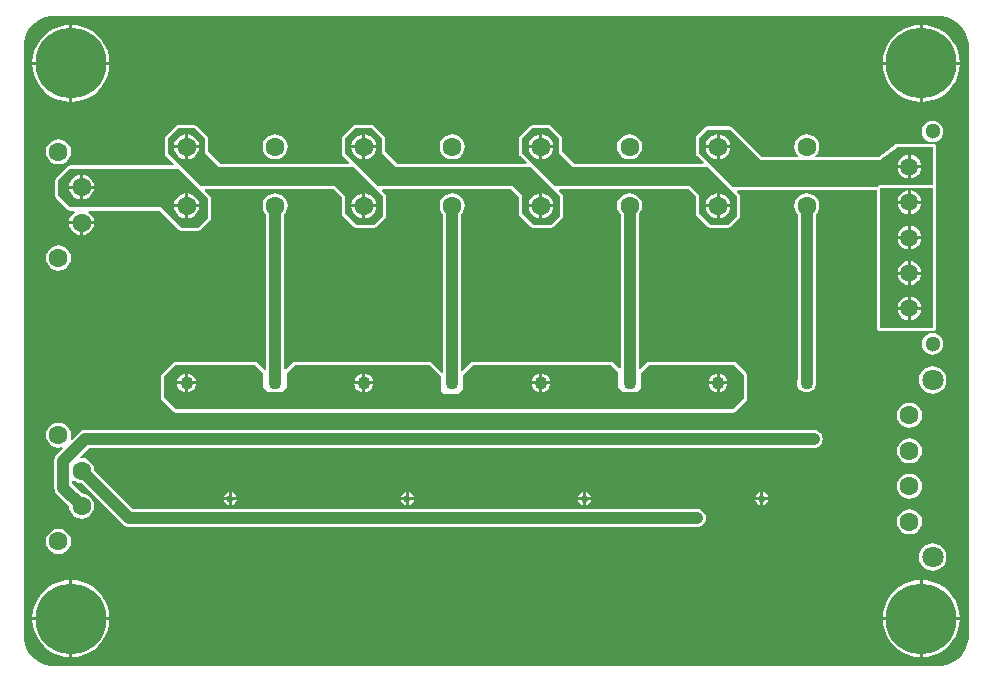
<source format=gbl>
G04*
G04 #@! TF.GenerationSoftware,Altium Limited,Altium Designer,18.1.9 (240)*
G04*
G04 Layer_Physical_Order=2*
G04 Layer_Color=16711680*
%FSLAX25Y25*%
%MOIN*%
G70*
G01*
G75*
%ADD36C,0.03937*%
%ADD39C,0.05906*%
%ADD40C,0.06299*%
%ADD41C,0.04331*%
%ADD42C,0.23622*%
%ADD43C,0.05118*%
%ADD44C,0.02362*%
%ADD45C,0.07087*%
G36*
X307877Y216151D02*
X309697Y215397D01*
X311335Y214303D01*
X312728Y212910D01*
X313823Y211272D01*
X314576Y209452D01*
X314961Y207520D01*
Y206535D01*
Y10000D01*
Y9015D01*
X314576Y7083D01*
X313823Y5263D01*
X312728Y3625D01*
X311335Y2232D01*
X309697Y1138D01*
X307877Y384D01*
X305945Y0D01*
X9015D01*
X7083Y384D01*
X5263Y1138D01*
X3625Y2232D01*
X2232Y3625D01*
X1138Y5263D01*
X384Y7083D01*
X0Y9015D01*
Y10000D01*
Y206535D01*
Y207520D01*
X384Y209452D01*
X1138Y211272D01*
X2232Y212910D01*
X3625Y214303D01*
X5263Y215397D01*
X7083Y216151D01*
X9015Y216535D01*
X305945D01*
X307877Y216151D01*
D02*
G37*
%LPC*%
G36*
X299713Y213599D02*
Y201287D01*
X312024D01*
X311905Y202798D01*
X311434Y204759D01*
X310663Y206622D01*
X309609Y208341D01*
X308299Y209874D01*
X306766Y211184D01*
X305047Y212237D01*
X303184Y213009D01*
X301223Y213480D01*
X299713Y213599D01*
D02*
G37*
G36*
X298713D02*
X297202Y213480D01*
X295241Y213009D01*
X293378Y212237D01*
X291659Y211184D01*
X290126Y209874D01*
X288816Y208341D01*
X287763Y206622D01*
X286991Y204759D01*
X286520Y202798D01*
X286401Y201287D01*
X298713D01*
Y213599D01*
D02*
G37*
G36*
X16248D02*
Y201287D01*
X28559D01*
X28440Y202798D01*
X27970Y204759D01*
X27198Y206622D01*
X26144Y208341D01*
X24835Y209874D01*
X23301Y211184D01*
X21582Y212237D01*
X19719Y213009D01*
X17758Y213480D01*
X16248Y213599D01*
D02*
G37*
G36*
X15248D02*
X13738Y213480D01*
X11777Y213009D01*
X9914Y212237D01*
X8195Y211184D01*
X6661Y209874D01*
X5352Y208341D01*
X4298Y206622D01*
X3526Y204759D01*
X3056Y202798D01*
X2937Y201287D01*
X15248D01*
Y213599D01*
D02*
G37*
G36*
X312024Y200287D02*
X299713D01*
Y187976D01*
X301223Y188095D01*
X303184Y188566D01*
X305047Y189337D01*
X306766Y190391D01*
X308299Y191701D01*
X309609Y193234D01*
X310663Y194953D01*
X311434Y196816D01*
X311905Y198777D01*
X312024Y200287D01*
D02*
G37*
G36*
X298713D02*
X286401D01*
X286520Y198777D01*
X286991Y196816D01*
X287763Y194953D01*
X288816Y193234D01*
X290126Y191701D01*
X291659Y190391D01*
X293378Y189337D01*
X295241Y188566D01*
X297202Y188095D01*
X298713Y187976D01*
Y200287D01*
D02*
G37*
G36*
X28559D02*
X16248D01*
Y187976D01*
X17758Y188095D01*
X19719Y188566D01*
X21582Y189337D01*
X23301Y190391D01*
X24835Y191701D01*
X26144Y193234D01*
X27198Y194953D01*
X27970Y196816D01*
X28440Y198777D01*
X28559Y200287D01*
D02*
G37*
G36*
X15248D02*
X2937D01*
X3056Y198777D01*
X3526Y196816D01*
X4298Y194953D01*
X5352Y193234D01*
X6661Y191701D01*
X8195Y190391D01*
X9914Y189337D01*
X11777Y188566D01*
X13738Y188095D01*
X15248Y187976D01*
Y200287D01*
D02*
G37*
G36*
X302992Y181739D02*
X302063Y181617D01*
X301197Y181258D01*
X300454Y180688D01*
X299883Y179945D01*
X299525Y179079D01*
X299402Y178150D01*
X299525Y177220D01*
X299883Y176355D01*
X300454Y175611D01*
X301197Y175041D01*
X302063Y174682D01*
X302992Y174560D01*
X303921Y174682D01*
X304787Y175041D01*
X305531Y175611D01*
X306101Y176355D01*
X306460Y177220D01*
X306582Y178150D01*
X306460Y179079D01*
X306101Y179945D01*
X305531Y180688D01*
X304787Y181258D01*
X303921Y181617D01*
X302992Y181739D01*
D02*
G37*
G36*
X201969Y177217D02*
X200885Y177074D01*
X199876Y176656D01*
X199009Y175991D01*
X198344Y175124D01*
X197926Y174115D01*
X197783Y173031D01*
X197926Y171948D01*
X198344Y170939D01*
X199009Y170072D01*
X199876Y169407D01*
X200885Y168989D01*
X201969Y168846D01*
X203052Y168989D01*
X204061Y169407D01*
X204928Y170072D01*
X205593Y170939D01*
X206011Y171948D01*
X206154Y173031D01*
X206011Y174115D01*
X205593Y175124D01*
X204928Y175991D01*
X204061Y176656D01*
X203052Y177074D01*
X201969Y177217D01*
D02*
G37*
G36*
X142913D02*
X141830Y177074D01*
X140821Y176656D01*
X139954Y175991D01*
X139289Y175124D01*
X138871Y174115D01*
X138728Y173031D01*
X138871Y171948D01*
X139289Y170939D01*
X139954Y170072D01*
X140821Y169407D01*
X141830Y168989D01*
X142913Y168846D01*
X143997Y168989D01*
X145006Y169407D01*
X145873Y170072D01*
X146538Y170939D01*
X146956Y171948D01*
X147099Y173031D01*
X146956Y174115D01*
X146538Y175124D01*
X145873Y175991D01*
X145006Y176656D01*
X143997Y177074D01*
X142913Y177217D01*
D02*
G37*
G36*
X83858D02*
X82775Y177074D01*
X81766Y176656D01*
X80899Y175991D01*
X80234Y175124D01*
X79816Y174115D01*
X79673Y173031D01*
X79816Y171948D01*
X80234Y170939D01*
X80899Y170072D01*
X81766Y169407D01*
X82775Y168989D01*
X83858Y168846D01*
X84942Y168989D01*
X85951Y169407D01*
X86818Y170072D01*
X87483Y170939D01*
X87901Y171948D01*
X88044Y173031D01*
X87901Y174115D01*
X87483Y175124D01*
X86818Y175991D01*
X85951Y176656D01*
X84942Y177074D01*
X83858Y177217D01*
D02*
G37*
G36*
X169692Y180342D02*
X169301Y180265D01*
X168971Y180044D01*
X165421Y176494D01*
X165200Y176163D01*
X165122Y175773D01*
X165122Y170760D01*
X165200Y170370D01*
X165421Y170039D01*
X167647Y167812D01*
X167456Y167350D01*
X124643Y167350D01*
X120516Y171477D01*
X120516Y175780D01*
X120438Y176170D01*
X120217Y176501D01*
X116674Y180044D01*
X116343Y180265D01*
X115953Y180342D01*
X110636Y180342D01*
X110246Y180265D01*
X109915Y180044D01*
X106366Y176494D01*
X106145Y176163D01*
X106067Y175773D01*
X106067Y170760D01*
X106145Y170370D01*
X106366Y170039D01*
X108592Y167812D01*
X108401Y167350D01*
X65588Y167350D01*
X61461Y171477D01*
X61461Y175780D01*
X61383Y176170D01*
X61162Y176501D01*
X57618Y180044D01*
X57288Y180265D01*
X56898Y180342D01*
X51581Y180342D01*
X51191Y180265D01*
X50860Y180044D01*
X47311Y176494D01*
X47089Y176163D01*
X47012Y175773D01*
X47012Y170760D01*
X47089Y170370D01*
X47311Y170039D01*
X50120Y167230D01*
X49929Y166768D01*
X15354Y166768D01*
X14964Y166690D01*
X14633Y166469D01*
X10893Y162729D01*
X10672Y162398D01*
X10595Y162008D01*
Y156496D01*
X10672Y156106D01*
X10893Y155775D01*
X14633Y152035D01*
X14964Y151814D01*
X15354Y151736D01*
X16906D01*
X17076Y151236D01*
X16371Y150696D01*
X15706Y149829D01*
X15288Y148819D01*
X15211Y148236D01*
X19331D01*
X23450D01*
X23373Y148819D01*
X22955Y149829D01*
X22290Y150696D01*
X21586Y151236D01*
X21756Y151736D01*
X45247Y151736D01*
X51641Y145342D01*
X51972Y145121D01*
X52362Y145043D01*
X58268D01*
X58658Y145121D01*
X58989Y145342D01*
X62138Y148492D01*
X62359Y148822D01*
X62437Y149213D01*
Y155905D01*
X62359Y156296D01*
X62138Y156626D01*
X60404Y158361D01*
X60595Y158823D01*
X103515Y158823D01*
X106067Y156271D01*
Y150787D01*
X106145Y150397D01*
X106366Y150066D01*
X110114Y146318D01*
X110114Y146318D01*
X110444Y146097D01*
X110835Y146020D01*
X116740Y146020D01*
X117130Y146097D01*
X117461Y146318D01*
X120406Y149263D01*
X120627Y149594D01*
X120705Y149984D01*
Y156693D01*
X120627Y157083D01*
X120406Y157414D01*
X119459Y158361D01*
X119650Y158823D01*
X162570Y158823D01*
X165122Y156271D01*
Y150787D01*
X165200Y150397D01*
X165421Y150066D01*
X169169Y146318D01*
X169169Y146318D01*
X169500Y146097D01*
X169890Y146020D01*
X175795Y146020D01*
X176185Y146097D01*
X176516Y146318D01*
X179461Y149263D01*
X179682Y149594D01*
X179760Y149984D01*
Y156693D01*
X179682Y157083D01*
X179461Y157414D01*
X178514Y158361D01*
X178705Y158823D01*
X221625Y158823D01*
X224177Y156271D01*
Y150787D01*
X224255Y150397D01*
X224476Y150066D01*
X228224Y146318D01*
X228224Y146318D01*
X228555Y146097D01*
X228945Y146020D01*
X234850Y146020D01*
X235241Y146097D01*
X235571Y146318D01*
X238516Y149263D01*
X238737Y149594D01*
X238815Y149984D01*
Y156693D01*
X238737Y157083D01*
X238516Y157414D01*
X237864Y158066D01*
X238056Y158528D01*
X284414Y158528D01*
Y112598D01*
X284491Y112208D01*
X284712Y111878D01*
X285043Y111656D01*
X285433Y111579D01*
X303201D01*
X303591Y111656D01*
X303921Y111878D01*
X304142Y112208D01*
X304220Y112598D01*
Y159157D01*
X304142Y159547D01*
X304063Y159667D01*
X304142Y159786D01*
X304220Y160177D01*
X304220Y173031D01*
X304142Y173422D01*
X303921Y173752D01*
X303591Y173974D01*
X303201Y174051D01*
X291339D01*
X291208Y174025D01*
X291075Y174016D01*
X291015Y173987D01*
X290948Y173974D01*
X290838Y173899D01*
X290718Y173841D01*
X285087Y169524D01*
X264046D01*
X263885Y169997D01*
X263983Y170072D01*
X264648Y170939D01*
X265066Y171948D01*
X265209Y173031D01*
X265066Y174115D01*
X264648Y175124D01*
X263983Y175991D01*
X263116Y176656D01*
X262107Y177074D01*
X261024Y177217D01*
X259940Y177074D01*
X258931Y176656D01*
X258064Y175991D01*
X257399Y175124D01*
X256981Y174115D01*
X256838Y173031D01*
X256981Y171948D01*
X257399Y170939D01*
X258064Y170072D01*
X258162Y169997D01*
X258001Y169524D01*
X246098D01*
X236459Y179163D01*
X236260Y179461D01*
X235929Y179682D01*
X235539Y179760D01*
X227871D01*
X227481Y179682D01*
X227150Y179461D01*
X224476Y176787D01*
X224255Y176456D01*
X224177Y176066D01*
Y170760D01*
X224255Y170370D01*
X224476Y170039D01*
X226703Y167812D01*
X226511Y167350D01*
X183698Y167350D01*
X179571Y171477D01*
X179571Y175780D01*
X179493Y176170D01*
X179272Y176501D01*
X175729Y180044D01*
X175398Y180265D01*
X175008Y180342D01*
X169692Y180342D01*
D02*
G37*
G36*
X11614Y175544D02*
X10531Y175401D01*
X9522Y174983D01*
X8655Y174318D01*
X7989Y173451D01*
X7571Y172441D01*
X7429Y171358D01*
X7571Y170275D01*
X7989Y169266D01*
X8655Y168399D01*
X9522Y167734D01*
X10531Y167315D01*
X11614Y167173D01*
X12697Y167315D01*
X13707Y167734D01*
X14574Y168399D01*
X15239Y169266D01*
X15657Y170275D01*
X15800Y171358D01*
X15657Y172441D01*
X15239Y173451D01*
X14574Y174318D01*
X13707Y174983D01*
X12697Y175401D01*
X11614Y175544D01*
D02*
G37*
G36*
X23450Y147236D02*
X19831D01*
Y143617D01*
X20414Y143693D01*
X21423Y144112D01*
X22290Y144777D01*
X22955Y145643D01*
X23373Y146653D01*
X23450Y147236D01*
D02*
G37*
G36*
X18831D02*
X15211D01*
X15288Y146653D01*
X15706Y145643D01*
X16371Y144777D01*
X17238Y144112D01*
X18248Y143693D01*
X18831Y143617D01*
Y147236D01*
D02*
G37*
G36*
X11614Y140111D02*
X10531Y139968D01*
X9522Y139550D01*
X8655Y138885D01*
X7989Y138018D01*
X7571Y137008D01*
X7429Y135925D01*
X7571Y134842D01*
X7989Y133833D01*
X8655Y132966D01*
X9522Y132300D01*
X10531Y131882D01*
X11614Y131740D01*
X12697Y131882D01*
X13707Y132300D01*
X14574Y132966D01*
X15239Y133833D01*
X15657Y134842D01*
X15800Y135925D01*
X15657Y137008D01*
X15239Y138018D01*
X14574Y138885D01*
X13707Y139550D01*
X12697Y139968D01*
X11614Y140111D01*
D02*
G37*
G36*
X302992Y110873D02*
X302063Y110751D01*
X301197Y110392D01*
X300454Y109822D01*
X299883Y109078D01*
X299525Y108213D01*
X299402Y107283D01*
X299525Y106354D01*
X299883Y105489D01*
X300454Y104745D01*
X301197Y104175D01*
X302063Y103816D01*
X302992Y103694D01*
X303921Y103816D01*
X304787Y104175D01*
X305531Y104745D01*
X306101Y105489D01*
X306460Y106354D01*
X306582Y107283D01*
X306460Y108213D01*
X306101Y109078D01*
X305531Y109822D01*
X304787Y110392D01*
X303921Y110751D01*
X302992Y110873D01*
D02*
G37*
G36*
X201969Y157532D02*
X200885Y157389D01*
X199876Y156971D01*
X199009Y156306D01*
X198344Y155439D01*
X197926Y154430D01*
X197783Y153347D01*
X197926Y152263D01*
X198344Y151254D01*
X198974Y150432D01*
Y99237D01*
X198474Y99030D01*
X196390Y101115D01*
X196390Y101115D01*
X196059Y101336D01*
X195669Y101413D01*
X150000Y101413D01*
X149610Y101336D01*
X149279Y101115D01*
X146369Y98205D01*
X145907Y98396D01*
Y150432D01*
X146538Y151254D01*
X146956Y152263D01*
X147099Y153347D01*
X146956Y154430D01*
X146538Y155439D01*
X145873Y156306D01*
X145006Y156971D01*
X143997Y157389D01*
X142913Y157532D01*
X141830Y157389D01*
X140821Y156971D01*
X139954Y156306D01*
X139289Y155439D01*
X138871Y154430D01*
X138728Y153347D01*
X138871Y152263D01*
X139289Y151254D01*
X139919Y150432D01*
Y97663D01*
X139419Y97456D01*
X135760Y101115D01*
X135430Y101336D01*
X135039Y101413D01*
X90551Y101413D01*
X90161Y101336D01*
X89830Y101115D01*
X87352Y98637D01*
X86852Y98844D01*
Y150432D01*
X87483Y151254D01*
X87901Y152263D01*
X88044Y153347D01*
X87901Y154430D01*
X87483Y155439D01*
X86818Y156306D01*
X85951Y156971D01*
X84942Y157389D01*
X83858Y157532D01*
X82775Y157389D01*
X81766Y156971D01*
X80899Y156306D01*
X80234Y155439D01*
X79816Y154430D01*
X79673Y153347D01*
X79816Y152263D01*
X80234Y151254D01*
X80864Y150432D01*
Y98844D01*
X80364Y98637D01*
X77886Y101115D01*
X77556Y101336D01*
X77165Y101413D01*
X50787D01*
X50397Y101336D01*
X50066Y101115D01*
X46129Y97178D01*
X45908Y96847D01*
X45831Y96457D01*
X45831Y89370D01*
X45908Y88980D01*
X46129Y88649D01*
X50066Y84712D01*
X50397Y84491D01*
X50787Y84413D01*
X236614Y84413D01*
X237004Y84491D01*
X237335Y84712D01*
X240878Y88255D01*
X241099Y88586D01*
X241177Y88976D01*
X241177Y96850D01*
X241100Y97241D01*
X240878Y97571D01*
X240878Y97571D01*
X237335Y101115D01*
X237004Y101336D01*
X236614Y101413D01*
X208662D01*
X208272Y101336D01*
X207941Y101115D01*
X207941Y101115D01*
X205463Y98636D01*
X204963Y98843D01*
Y150432D01*
X205593Y151254D01*
X206011Y152263D01*
X206154Y153347D01*
X206011Y154430D01*
X205593Y155439D01*
X204928Y156306D01*
X204061Y156971D01*
X203052Y157389D01*
X201969Y157532D01*
D02*
G37*
G36*
X261024D02*
X259940Y157389D01*
X258931Y156971D01*
X258064Y156306D01*
X257399Y155439D01*
X256981Y154430D01*
X256838Y153347D01*
X256981Y152263D01*
X257399Y151254D01*
X258030Y150432D01*
Y95334D01*
X257940Y95118D01*
X257831Y94291D01*
X257940Y93465D01*
X258259Y92695D01*
X258766Y92034D01*
X259427Y91526D01*
X260197Y91207D01*
X261024Y91099D01*
X261850Y91207D01*
X262620Y91526D01*
X263281Y92034D01*
X263789Y92695D01*
X264107Y93465D01*
X264216Y94291D01*
X264107Y95118D01*
X264018Y95334D01*
Y150432D01*
X264648Y151254D01*
X265066Y152263D01*
X265209Y153347D01*
X265066Y154430D01*
X264648Y155439D01*
X263983Y156306D01*
X263116Y156971D01*
X262107Y157389D01*
X261024Y157532D01*
D02*
G37*
G36*
X302992Y99858D02*
X301806Y99702D01*
X300701Y99244D01*
X299752Y98516D01*
X299024Y97567D01*
X298566Y96462D01*
X298410Y95276D01*
X298566Y94090D01*
X299024Y92984D01*
X299752Y92035D01*
X300701Y91307D01*
X301806Y90849D01*
X302992Y90693D01*
X304178Y90849D01*
X305283Y91307D01*
X306233Y92035D01*
X306961Y92984D01*
X307418Y94090D01*
X307575Y95276D01*
X307418Y96462D01*
X306961Y97567D01*
X306233Y98516D01*
X305283Y99244D01*
X304178Y99702D01*
X302992Y99858D01*
D02*
G37*
G36*
X295276Y87650D02*
X294192Y87507D01*
X293183Y87089D01*
X292316Y86424D01*
X291651Y85557D01*
X291233Y84548D01*
X291090Y83465D01*
X291233Y82381D01*
X291651Y81372D01*
X292316Y80505D01*
X293183Y79840D01*
X294192Y79422D01*
X295276Y79279D01*
X296359Y79422D01*
X297368Y79840D01*
X298235Y80505D01*
X298900Y81372D01*
X299318Y82381D01*
X299461Y83465D01*
X299318Y84548D01*
X298900Y85557D01*
X298235Y86424D01*
X297368Y87089D01*
X296359Y87507D01*
X295276Y87650D01*
D02*
G37*
G36*
Y75839D02*
X294192Y75696D01*
X293183Y75278D01*
X292316Y74613D01*
X291651Y73746D01*
X291233Y72737D01*
X291090Y71653D01*
X291233Y70570D01*
X291651Y69561D01*
X292316Y68694D01*
X293183Y68029D01*
X294192Y67611D01*
X295276Y67468D01*
X296359Y67611D01*
X297368Y68029D01*
X298235Y68694D01*
X298900Y69561D01*
X299318Y70570D01*
X299461Y71653D01*
X299318Y72737D01*
X298900Y73746D01*
X298235Y74613D01*
X297368Y75278D01*
X296359Y75696D01*
X295276Y75839D01*
D02*
G37*
G36*
X246563Y57833D02*
Y56209D01*
X248187D01*
X248117Y56560D01*
X247636Y57281D01*
X246914Y57763D01*
X246563Y57833D01*
D02*
G37*
G36*
X245563D02*
X245212Y57763D01*
X244491Y57281D01*
X244008Y56560D01*
X243939Y56209D01*
X245563D01*
Y57833D01*
D02*
G37*
G36*
X187508D02*
Y56209D01*
X189132D01*
X189062Y56560D01*
X188580Y57281D01*
X187859Y57763D01*
X187508Y57833D01*
D02*
G37*
G36*
X186508D02*
X186157Y57763D01*
X185435Y57281D01*
X184953Y56560D01*
X184883Y56209D01*
X186508D01*
Y57833D01*
D02*
G37*
G36*
X128453D02*
Y56209D01*
X130077D01*
X130007Y56560D01*
X129525Y57281D01*
X128804Y57763D01*
X128453Y57833D01*
D02*
G37*
G36*
X127453D02*
X127102Y57763D01*
X126380Y57281D01*
X125898Y56560D01*
X125828Y56209D01*
X127453D01*
Y57833D01*
D02*
G37*
G36*
X69398D02*
Y56209D01*
X71022D01*
X70952Y56560D01*
X70470Y57281D01*
X69749Y57763D01*
X69398Y57833D01*
D02*
G37*
G36*
X68398D02*
X68047Y57763D01*
X67325Y57281D01*
X66843Y56560D01*
X66773Y56209D01*
X68398D01*
Y57833D01*
D02*
G37*
G36*
X295276Y64028D02*
X294192Y63885D01*
X293183Y63467D01*
X292316Y62802D01*
X291651Y61935D01*
X291233Y60926D01*
X291090Y59842D01*
X291233Y58759D01*
X291651Y57750D01*
X292316Y56883D01*
X293183Y56218D01*
X294192Y55800D01*
X295276Y55657D01*
X296359Y55800D01*
X297368Y56218D01*
X298235Y56883D01*
X298900Y57750D01*
X299318Y58759D01*
X299461Y59842D01*
X299318Y60926D01*
X298900Y61935D01*
X298235Y62802D01*
X297368Y63467D01*
X296359Y63885D01*
X295276Y64028D01*
D02*
G37*
G36*
X248187Y55209D02*
X246563D01*
Y53584D01*
X246914Y53654D01*
X247636Y54136D01*
X248117Y54858D01*
X248187Y55209D01*
D02*
G37*
G36*
X245563D02*
X243939D01*
X244008Y54858D01*
X244491Y54136D01*
X245212Y53654D01*
X245563Y53584D01*
Y55209D01*
D02*
G37*
G36*
X189132D02*
X187508D01*
Y53584D01*
X187859Y53654D01*
X188580Y54136D01*
X189062Y54858D01*
X189132Y55209D01*
D02*
G37*
G36*
X186508D02*
X184883D01*
X184953Y54858D01*
X185435Y54136D01*
X186157Y53654D01*
X186508Y53584D01*
Y55209D01*
D02*
G37*
G36*
X130077D02*
X128453D01*
Y53584D01*
X128804Y53654D01*
X129525Y54136D01*
X130007Y54858D01*
X130077Y55209D01*
D02*
G37*
G36*
X127453D02*
X125828D01*
X125898Y54858D01*
X126380Y54136D01*
X127102Y53654D01*
X127453Y53584D01*
Y55209D01*
D02*
G37*
G36*
X71022D02*
X69398D01*
Y53584D01*
X69749Y53654D01*
X70470Y54136D01*
X70952Y54858D01*
X71022Y55209D01*
D02*
G37*
G36*
X68398D02*
X66773D01*
X66843Y54858D01*
X67325Y54136D01*
X68047Y53654D01*
X68398Y53584D01*
Y55209D01*
D02*
G37*
G36*
X11614Y81055D02*
X10531Y80913D01*
X9522Y80495D01*
X8655Y79830D01*
X7989Y78963D01*
X7571Y77953D01*
X7429Y76870D01*
X7571Y75787D01*
X7989Y74777D01*
X8655Y73910D01*
X9522Y73245D01*
X10531Y72827D01*
X11614Y72685D01*
X12697Y72827D01*
X12817Y72877D01*
X13101Y72453D01*
X11095Y70448D01*
X10620Y69828D01*
X10321Y69106D01*
X10219Y68331D01*
Y59366D01*
X10321Y58591D01*
X10620Y57869D01*
X11095Y57249D01*
X15153Y53192D01*
X15288Y52165D01*
X15706Y51155D01*
X16371Y50288D01*
X17238Y49623D01*
X18248Y49205D01*
X19331Y49063D01*
X20414Y49205D01*
X21423Y49623D01*
X22290Y50288D01*
X22955Y51155D01*
X23373Y52165D01*
X23516Y53248D01*
X23373Y54331D01*
X22955Y55341D01*
X22290Y56208D01*
X21423Y56873D01*
X20414Y57291D01*
X19387Y57426D01*
X16207Y60606D01*
Y61595D01*
X16707Y61842D01*
X17238Y61434D01*
X18248Y61016D01*
X19274Y60881D01*
X33060Y47095D01*
X33680Y46620D01*
X34402Y46321D01*
X35177Y46218D01*
X224410D01*
X225184Y46321D01*
X225906Y46620D01*
X226527Y47095D01*
X227002Y47715D01*
X227302Y48438D01*
X227404Y49213D01*
X227302Y49988D01*
X227002Y50710D01*
X226527Y51330D01*
X225906Y51806D01*
X225184Y52105D01*
X224410Y52207D01*
X36417D01*
X23509Y65115D01*
X23373Y66142D01*
X22955Y67152D01*
X22290Y68019D01*
X21423Y68684D01*
X20414Y69102D01*
X19331Y69244D01*
X19028Y69205D01*
X18794Y69678D01*
X21713Y72596D01*
X263386D01*
X264161Y72698D01*
X264883Y72998D01*
X265503Y73473D01*
X265979Y74094D01*
X266278Y74816D01*
X266380Y75590D01*
X266278Y76366D01*
X265979Y77088D01*
X265503Y77708D01*
X264883Y78184D01*
X264161Y78483D01*
X263386Y78585D01*
X20472D01*
X19697Y78483D01*
X18975Y78184D01*
X18355Y77708D01*
X16031Y75384D01*
X15607Y75667D01*
X15657Y75787D01*
X15800Y76870D01*
X15657Y77953D01*
X15239Y78963D01*
X14574Y79830D01*
X13707Y80495D01*
X12697Y80913D01*
X11614Y81055D01*
D02*
G37*
G36*
X295276Y52217D02*
X294192Y52074D01*
X293183Y51656D01*
X292316Y50991D01*
X291651Y50124D01*
X291233Y49115D01*
X291090Y48031D01*
X291233Y46948D01*
X291651Y45939D01*
X292316Y45072D01*
X293183Y44407D01*
X294192Y43989D01*
X295276Y43846D01*
X296359Y43989D01*
X297368Y44407D01*
X298235Y45072D01*
X298900Y45939D01*
X299318Y46948D01*
X299461Y48031D01*
X299318Y49115D01*
X298900Y50124D01*
X298235Y50991D01*
X297368Y51656D01*
X296359Y52074D01*
X295276Y52217D01*
D02*
G37*
G36*
X11614Y45622D02*
X10531Y45480D01*
X9522Y45062D01*
X8655Y44396D01*
X7989Y43530D01*
X7571Y42520D01*
X7429Y41437D01*
X7571Y40354D01*
X7989Y39344D01*
X8655Y38478D01*
X9522Y37812D01*
X10531Y37394D01*
X11614Y37252D01*
X12697Y37394D01*
X13707Y37812D01*
X14574Y38478D01*
X15239Y39344D01*
X15657Y40354D01*
X15800Y41437D01*
X15657Y42520D01*
X15239Y43530D01*
X14574Y44396D01*
X13707Y45062D01*
X12697Y45480D01*
X11614Y45622D01*
D02*
G37*
G36*
X302992Y40803D02*
X301806Y40647D01*
X300701Y40189D01*
X299752Y39461D01*
X299024Y38512D01*
X298566Y37407D01*
X298410Y36220D01*
X298566Y35034D01*
X299024Y33929D01*
X299752Y32980D01*
X300701Y32252D01*
X301806Y31794D01*
X302992Y31638D01*
X304178Y31794D01*
X305283Y32252D01*
X306233Y32980D01*
X306961Y33929D01*
X307418Y35034D01*
X307575Y36220D01*
X307418Y37407D01*
X306961Y38512D01*
X306233Y39461D01*
X305283Y40189D01*
X304178Y40647D01*
X302992Y40803D01*
D02*
G37*
G36*
X299713Y28559D02*
Y16248D01*
X312024D01*
X311905Y17758D01*
X311434Y19719D01*
X310663Y21582D01*
X309609Y23301D01*
X308299Y24835D01*
X306766Y26144D01*
X305047Y27198D01*
X303184Y27970D01*
X301223Y28440D01*
X299713Y28559D01*
D02*
G37*
G36*
X298713D02*
X297202Y28440D01*
X295241Y27970D01*
X293378Y27198D01*
X291659Y26144D01*
X290126Y24835D01*
X288816Y23301D01*
X287763Y21582D01*
X286991Y19719D01*
X286520Y17758D01*
X286401Y16248D01*
X298713D01*
Y28559D01*
D02*
G37*
G36*
X16248D02*
Y16248D01*
X28559D01*
X28440Y17758D01*
X27970Y19719D01*
X27198Y21582D01*
X26144Y23301D01*
X24835Y24835D01*
X23301Y26144D01*
X21582Y27198D01*
X19719Y27970D01*
X17758Y28440D01*
X16248Y28559D01*
D02*
G37*
G36*
X15248D02*
X13738Y28440D01*
X11777Y27970D01*
X9914Y27198D01*
X8195Y26144D01*
X6661Y24835D01*
X5352Y23301D01*
X4298Y21582D01*
X3526Y19719D01*
X3056Y17758D01*
X2937Y16248D01*
X15248D01*
Y28559D01*
D02*
G37*
G36*
X312024Y15248D02*
X299713D01*
Y2937D01*
X301223Y3056D01*
X303184Y3526D01*
X305047Y4298D01*
X306766Y5352D01*
X308299Y6661D01*
X309609Y8195D01*
X310663Y9914D01*
X311434Y11777D01*
X311905Y13738D01*
X312024Y15248D01*
D02*
G37*
G36*
X298713D02*
X286401D01*
X286520Y13738D01*
X286991Y11777D01*
X287763Y9914D01*
X288816Y8195D01*
X290126Y6661D01*
X291659Y5352D01*
X293378Y4298D01*
X295241Y3526D01*
X297202Y3056D01*
X298713Y2937D01*
Y15248D01*
D02*
G37*
G36*
X28559D02*
X16248D01*
Y2937D01*
X17758Y3056D01*
X19719Y3526D01*
X21582Y4298D01*
X23301Y5352D01*
X24835Y6661D01*
X26144Y8195D01*
X27198Y9914D01*
X27970Y11777D01*
X28440Y13738D01*
X28559Y15248D01*
D02*
G37*
G36*
X15248D02*
X2937D01*
X3056Y13738D01*
X3526Y11777D01*
X4298Y9914D01*
X5352Y8195D01*
X6661Y6661D01*
X8195Y5352D01*
X9914Y4298D01*
X11777Y3526D01*
X13738Y3056D01*
X15248Y2937D01*
Y15248D01*
D02*
G37*
%LPD*%
G36*
X235539Y178641D02*
X245676Y168504D01*
X285433D01*
X291339Y173031D01*
X303201D01*
X303201Y160177D01*
X285433D01*
X285043Y160099D01*
X284712Y159878D01*
X284491Y159547D01*
Y159547D01*
X236409Y159547D01*
X225197Y170760D01*
Y176066D01*
X227871Y178740D01*
X235539D01*
Y178641D01*
D02*
G37*
G36*
X175008Y179323D02*
X178551Y175780D01*
X178551Y171055D01*
X183276Y166331D01*
X228157Y166331D01*
X237795Y156693D01*
Y149984D01*
X234850Y147039D01*
X228945Y147039D01*
X225197Y150787D01*
Y156693D01*
X222047Y159843D01*
X177059Y159843D01*
X166142Y170760D01*
X166142Y175773D01*
X169692Y179323D01*
X175008Y179323D01*
D02*
G37*
G36*
X115953D02*
X119496Y175780D01*
X119496Y171055D01*
X124221Y166331D01*
X169102Y166331D01*
X178740Y156693D01*
Y149984D01*
X175795Y147039D01*
X169890Y147039D01*
X166142Y150787D01*
Y156693D01*
X162992Y159843D01*
X118004Y159843D01*
X107087Y170760D01*
X107087Y175773D01*
X110636Y179323D01*
X115953Y179323D01*
D02*
G37*
G36*
X56898D02*
X60441Y175780D01*
X60441Y171055D01*
X65165Y166331D01*
X110047Y166331D01*
X119685Y156693D01*
Y149984D01*
X116740Y147039D01*
X110835Y147039D01*
X107087Y150787D01*
Y156693D01*
X103937Y159843D01*
X58949Y159843D01*
X48031Y170760D01*
X48031Y175773D01*
X51581Y179323D01*
X56898Y179323D01*
D02*
G37*
G36*
X61417Y155905D02*
Y149213D01*
X58268Y146063D01*
X52362D01*
X45669Y152756D01*
X15354Y152756D01*
X11614Y156496D01*
Y162008D01*
X15354Y165748D01*
X51575Y165748D01*
X61417Y155905D01*
D02*
G37*
G36*
X303201Y112598D02*
X285433D01*
Y159157D01*
X303201D01*
Y112598D01*
D02*
G37*
%LPC*%
G36*
X231996Y177151D02*
Y173531D01*
X235616D01*
X235539Y174115D01*
X235121Y175124D01*
X234456Y175991D01*
X233589Y176656D01*
X232579Y177074D01*
X231996Y177151D01*
D02*
G37*
G36*
X230996Y177151D02*
X230413Y177074D01*
X229403Y176656D01*
X228537Y175991D01*
X227871Y175124D01*
X227453Y174115D01*
X227377Y173531D01*
X230996D01*
Y177151D01*
D02*
G37*
G36*
X235616Y172531D02*
X231996D01*
Y168912D01*
X232579Y168989D01*
X233589Y169407D01*
X234456Y170072D01*
X235121Y170939D01*
X235539Y171948D01*
X235616Y172531D01*
D02*
G37*
G36*
X230996D02*
X227377D01*
X227453Y171948D01*
X227871Y170939D01*
X228537Y170072D01*
X229403Y169407D01*
X230413Y168989D01*
X230996Y168912D01*
Y172531D01*
D02*
G37*
G36*
X295776Y170260D02*
Y166839D01*
X299197D01*
X299127Y167370D01*
X298728Y168332D01*
X298095Y169158D01*
X297269Y169791D01*
X296307Y170190D01*
X295776Y170260D01*
D02*
G37*
G36*
X294776D02*
X294244Y170190D01*
X293282Y169791D01*
X292456Y169158D01*
X291823Y168332D01*
X291425Y167370D01*
X291355Y166839D01*
X294776D01*
Y170260D01*
D02*
G37*
G36*
X299197Y165839D02*
X295776D01*
Y162418D01*
X296307Y162488D01*
X297269Y162886D01*
X298095Y163519D01*
X298728Y164345D01*
X299127Y165307D01*
X299197Y165839D01*
D02*
G37*
G36*
X294776D02*
X291355D01*
X291425Y165307D01*
X291823Y164345D01*
X292456Y163519D01*
X293282Y162886D01*
X294244Y162488D01*
X294776Y162418D01*
Y165839D01*
D02*
G37*
G36*
X172941Y177151D02*
Y173531D01*
X176560D01*
X176484Y174115D01*
X176066Y175124D01*
X175400Y175991D01*
X174534Y176656D01*
X173524Y177074D01*
X172941Y177151D01*
D02*
G37*
G36*
X171941Y177151D02*
X171358Y177074D01*
X170348Y176656D01*
X169481Y175991D01*
X168816Y175124D01*
X168398Y174115D01*
X168321Y173531D01*
X171941D01*
Y177151D01*
D02*
G37*
G36*
Y172531D02*
X168321D01*
X168398Y171948D01*
X168816Y170939D01*
X169481Y170072D01*
X170348Y169407D01*
X171358Y168989D01*
X171941Y168912D01*
Y172531D01*
D02*
G37*
G36*
X176560D02*
X172941D01*
Y168912D01*
X173524Y168989D01*
X174534Y169407D01*
X175400Y170072D01*
X176066Y170939D01*
X176484Y171948D01*
X176560Y172531D01*
D02*
G37*
G36*
X231996Y157466D02*
Y153846D01*
X235616D01*
X235539Y154430D01*
X235121Y155439D01*
X234456Y156306D01*
X233589Y156971D01*
X232579Y157389D01*
X231996Y157466D01*
D02*
G37*
G36*
X230996Y157466D02*
X230413Y157389D01*
X229403Y156971D01*
X228537Y156306D01*
X227871Y155439D01*
X227453Y154430D01*
X227377Y153846D01*
X230996D01*
Y157466D01*
D02*
G37*
G36*
X235616Y152846D02*
X231996D01*
Y149227D01*
X232579Y149304D01*
X233589Y149722D01*
X234456Y150387D01*
X235121Y151254D01*
X235539Y152263D01*
X235616Y152846D01*
D02*
G37*
G36*
X230996D02*
X227377D01*
X227453Y152263D01*
X227871Y151254D01*
X228537Y150387D01*
X229403Y149722D01*
X230413Y149304D01*
X230996Y149227D01*
Y152846D01*
D02*
G37*
G36*
X113886Y177151D02*
Y173531D01*
X117505D01*
X117429Y174115D01*
X117010Y175124D01*
X116345Y175991D01*
X115479Y176656D01*
X114469Y177074D01*
X113886Y177151D01*
D02*
G37*
G36*
X112886Y177151D02*
X112303Y177074D01*
X111293Y176656D01*
X110426Y175991D01*
X109761Y175124D01*
X109343Y174115D01*
X109266Y173531D01*
X112886D01*
Y177151D01*
D02*
G37*
G36*
Y172531D02*
X109266D01*
X109343Y171948D01*
X109761Y170939D01*
X110426Y170072D01*
X111293Y169407D01*
X112303Y168989D01*
X112886Y168912D01*
Y172531D01*
D02*
G37*
G36*
X117505D02*
X113886D01*
Y168912D01*
X114469Y168989D01*
X115479Y169407D01*
X116345Y170072D01*
X117010Y170939D01*
X117429Y171948D01*
X117505Y172531D01*
D02*
G37*
G36*
X172941Y157466D02*
Y153847D01*
X176560D01*
X176484Y154430D01*
X176066Y155439D01*
X175400Y156306D01*
X174534Y156971D01*
X173524Y157389D01*
X172941Y157466D01*
D02*
G37*
G36*
X171941D02*
X171358Y157389D01*
X170348Y156971D01*
X169481Y156306D01*
X168816Y155439D01*
X168398Y154430D01*
X168321Y153847D01*
X171941D01*
Y157466D01*
D02*
G37*
G36*
X176560Y152847D02*
X172941D01*
Y149227D01*
X173524Y149304D01*
X174534Y149722D01*
X175400Y150387D01*
X176066Y151254D01*
X176484Y152263D01*
X176560Y152847D01*
D02*
G37*
G36*
X171941D02*
X168321D01*
X168398Y152263D01*
X168816Y151254D01*
X169481Y150387D01*
X170348Y149722D01*
X171358Y149304D01*
X171941Y149227D01*
Y152847D01*
D02*
G37*
G36*
X54831Y177151D02*
Y173531D01*
X58450D01*
X58373Y174115D01*
X57955Y175124D01*
X57290Y175991D01*
X56423Y176656D01*
X55414Y177074D01*
X54831Y177151D01*
D02*
G37*
G36*
X53831D02*
X53247Y177074D01*
X52238Y176656D01*
X51371Y175991D01*
X50706Y175124D01*
X50288Y174115D01*
X50211Y173531D01*
X53831D01*
Y177151D01*
D02*
G37*
G36*
X58450Y172531D02*
X54831D01*
Y168912D01*
X55414Y168989D01*
X56423Y169407D01*
X57290Y170072D01*
X57955Y170939D01*
X58373Y171948D01*
X58450Y172531D01*
D02*
G37*
G36*
X53831D02*
X50211D01*
X50288Y171948D01*
X50706Y170939D01*
X51371Y170072D01*
X52238Y169407D01*
X53247Y168989D01*
X53831Y168912D01*
Y172531D01*
D02*
G37*
G36*
X113886Y157466D02*
Y153847D01*
X117505D01*
X117429Y154430D01*
X117010Y155439D01*
X116345Y156306D01*
X115479Y156971D01*
X114469Y157389D01*
X113886Y157466D01*
D02*
G37*
G36*
X112886D02*
X112303Y157389D01*
X111293Y156971D01*
X110426Y156306D01*
X109761Y155439D01*
X109343Y154430D01*
X109266Y153847D01*
X112886D01*
Y157466D01*
D02*
G37*
G36*
X117505Y152847D02*
X113886D01*
Y149227D01*
X114469Y149304D01*
X115479Y149722D01*
X116345Y150387D01*
X117010Y151254D01*
X117429Y152263D01*
X117505Y152847D01*
D02*
G37*
G36*
X112886D02*
X109266D01*
X109343Y152263D01*
X109761Y151254D01*
X110426Y150387D01*
X111293Y149722D01*
X112303Y149304D01*
X112886Y149227D01*
Y152847D01*
D02*
G37*
G36*
X19831Y163667D02*
Y160047D01*
X23450D01*
X23373Y160631D01*
X22955Y161640D01*
X22290Y162507D01*
X21423Y163172D01*
X20414Y163590D01*
X19831Y163667D01*
D02*
G37*
G36*
X18831D02*
X18248Y163590D01*
X17238Y163172D01*
X16371Y162507D01*
X15706Y161640D01*
X15288Y160631D01*
X15211Y160047D01*
X18831D01*
Y163667D01*
D02*
G37*
G36*
X23450Y159047D02*
X19831D01*
Y155428D01*
X20414Y155504D01*
X21423Y155923D01*
X22290Y156588D01*
X22955Y157455D01*
X23373Y158464D01*
X23450Y159047D01*
D02*
G37*
G36*
X18831D02*
X15211D01*
X15288Y158464D01*
X15706Y157455D01*
X16371Y156588D01*
X17238Y155923D01*
X18248Y155504D01*
X18831Y155428D01*
Y159047D01*
D02*
G37*
G36*
X54831Y157466D02*
Y153847D01*
X58450D01*
X58373Y154430D01*
X57955Y155439D01*
X57290Y156306D01*
X56423Y156971D01*
X55414Y157389D01*
X54831Y157466D01*
D02*
G37*
G36*
X53831Y157466D02*
X53247Y157389D01*
X52238Y156971D01*
X51371Y156306D01*
X50706Y155439D01*
X50288Y154430D01*
X50211Y153847D01*
X53831D01*
Y157466D01*
D02*
G37*
G36*
X58450Y152847D02*
X54831D01*
Y149227D01*
X55414Y149304D01*
X56423Y149722D01*
X57290Y150387D01*
X57955Y151254D01*
X58373Y152263D01*
X58450Y152847D01*
D02*
G37*
G36*
X53831D02*
X50211D01*
X50288Y152263D01*
X50706Y151254D01*
X51371Y150387D01*
X52238Y149722D01*
X53247Y149304D01*
X53831Y149227D01*
Y152847D01*
D02*
G37*
G36*
X295776Y158449D02*
Y155027D01*
X299197D01*
X299127Y155559D01*
X298728Y156521D01*
X298095Y157347D01*
X297269Y157980D01*
X296307Y158379D01*
X295776Y158449D01*
D02*
G37*
G36*
X294776D02*
X294244Y158379D01*
X293282Y157980D01*
X292456Y157347D01*
X291823Y156521D01*
X291425Y155559D01*
X291355Y155027D01*
X294776D01*
Y158449D01*
D02*
G37*
G36*
X299197Y154027D02*
X295776D01*
Y150607D01*
X296307Y150677D01*
X297269Y151075D01*
X298095Y151708D01*
X298728Y152534D01*
X299127Y153496D01*
X299197Y154027D01*
D02*
G37*
G36*
X294776D02*
X291355D01*
X291425Y153496D01*
X291823Y152534D01*
X292456Y151708D01*
X293282Y151075D01*
X294244Y150677D01*
X294776Y150607D01*
Y154027D01*
D02*
G37*
G36*
X295776Y146638D02*
Y143217D01*
X299197D01*
X299127Y143748D01*
X298728Y144710D01*
X298095Y145536D01*
X297269Y146169D01*
X296307Y146568D01*
X295776Y146638D01*
D02*
G37*
G36*
X294776D02*
X294244Y146568D01*
X293282Y146169D01*
X292456Y145536D01*
X291823Y144710D01*
X291425Y143748D01*
X291355Y143217D01*
X294776D01*
Y146638D01*
D02*
G37*
G36*
X299197Y142217D02*
X295776D01*
Y138795D01*
X296307Y138865D01*
X297269Y139264D01*
X298095Y139897D01*
X298728Y140723D01*
X299127Y141685D01*
X299197Y142217D01*
D02*
G37*
G36*
X294776D02*
X291355D01*
X291425Y141685D01*
X291823Y140723D01*
X292456Y139897D01*
X293282Y139264D01*
X294244Y138865D01*
X294776Y138795D01*
Y142217D01*
D02*
G37*
G36*
X295776Y134827D02*
Y131405D01*
X299197D01*
X299127Y131937D01*
X298728Y132899D01*
X298095Y133725D01*
X297269Y134358D01*
X296307Y134757D01*
X295776Y134827D01*
D02*
G37*
G36*
X294776Y134827D02*
X294244Y134757D01*
X293282Y134358D01*
X292456Y133725D01*
X291823Y132899D01*
X291425Y131937D01*
X291355Y131405D01*
X294776D01*
Y134827D01*
D02*
G37*
G36*
X299197Y130405D02*
X295776D01*
Y126985D01*
X296307Y127055D01*
X297269Y127453D01*
X298095Y128086D01*
X298728Y128912D01*
X299127Y129874D01*
X299197Y130405D01*
D02*
G37*
G36*
X294776D02*
X291355D01*
X291425Y129874D01*
X291823Y128912D01*
X292456Y128086D01*
X293282Y127453D01*
X294244Y127055D01*
X294776Y126985D01*
Y130405D01*
D02*
G37*
G36*
X295776Y123015D02*
Y119595D01*
X299197D01*
X299127Y120126D01*
X298728Y121088D01*
X298095Y121914D01*
X297269Y122547D01*
X296307Y122945D01*
X295776Y123015D01*
D02*
G37*
G36*
X294776D02*
X294244Y122945D01*
X293282Y122547D01*
X292456Y121914D01*
X291823Y121088D01*
X291425Y120126D01*
X291355Y119595D01*
X294776D01*
Y123015D01*
D02*
G37*
G36*
X299197Y118595D02*
X295776D01*
Y115173D01*
X296307Y115243D01*
X297269Y115642D01*
X298095Y116275D01*
X298728Y117101D01*
X299127Y118063D01*
X299197Y118595D01*
D02*
G37*
G36*
X294776D02*
X291355D01*
X291425Y118063D01*
X291823Y117101D01*
X292456Y116275D01*
X293282Y115642D01*
X294244Y115243D01*
X294776Y115173D01*
Y118595D01*
D02*
G37*
%LPD*%
G36*
X240158Y96850D02*
X240158Y88976D01*
X236614Y85433D01*
X50787Y85433D01*
X46850Y89370D01*
X46850Y96457D01*
X50787Y100394D01*
X77165D01*
X79921Y97638D01*
X79921Y92913D01*
X81496Y91339D01*
X82715D01*
X83032Y91207D01*
X83858Y91099D01*
X84685Y91207D01*
X85001Y91339D01*
X86221D01*
X87795Y92913D01*
Y97638D01*
X90551Y100394D01*
X135039Y100394D01*
X138976Y96457D01*
X138976Y91732D01*
X140157Y90551D01*
X144882D01*
X146457Y92126D01*
X146457Y96850D01*
X150000Y100394D01*
X195669Y100394D01*
X198031Y98031D01*
X198031Y92913D01*
X199607Y91338D01*
X200826D01*
X201142Y91207D01*
X201969Y91099D01*
X202795Y91207D01*
X203111Y91338D01*
X204724D01*
X205906Y92520D01*
X205906Y97637D01*
X208662Y100394D01*
X236614D01*
X240158Y96850D01*
D02*
G37*
%LPC*%
G36*
X172941Y97418D02*
Y94791D01*
X175568D01*
X175525Y95118D01*
X175206Y95888D01*
X174698Y96549D01*
X174037Y97056D01*
X173267Y97375D01*
X172941Y97418D01*
D02*
G37*
G36*
X113886D02*
Y94791D01*
X116513D01*
X116470Y95118D01*
X116151Y95888D01*
X115643Y96549D01*
X114982Y97056D01*
X114212Y97375D01*
X113886Y97418D01*
D02*
G37*
G36*
X171941D02*
X171615Y97375D01*
X170845Y97056D01*
X170183Y96549D01*
X169676Y95888D01*
X169357Y95118D01*
X169314Y94791D01*
X171941D01*
Y97418D01*
D02*
G37*
G36*
X112886D02*
X112559Y97375D01*
X111790Y97056D01*
X111128Y96549D01*
X110621Y95888D01*
X110302Y95118D01*
X110259Y94791D01*
X112886D01*
Y97418D01*
D02*
G37*
G36*
X54831D02*
Y94791D01*
X57458D01*
X57415Y95118D01*
X57096Y95888D01*
X56588Y96549D01*
X55927Y97056D01*
X55157Y97375D01*
X54831Y97418D01*
D02*
G37*
G36*
X53831D02*
X53504Y97375D01*
X52734Y97056D01*
X52073Y96549D01*
X51566Y95888D01*
X51247Y95118D01*
X51204Y94791D01*
X53831D01*
Y97418D01*
D02*
G37*
G36*
X231996D02*
Y94791D01*
X234623D01*
X234580Y95118D01*
X234261Y95888D01*
X233754Y96549D01*
X233092Y97056D01*
X232322Y97375D01*
X231996Y97418D01*
D02*
G37*
G36*
X230996D02*
X230670Y97375D01*
X229900Y97056D01*
X229239Y96549D01*
X228731Y95888D01*
X228412Y95118D01*
X228369Y94791D01*
X230996D01*
Y97418D01*
D02*
G37*
G36*
X234623Y93791D02*
X231996D01*
Y91164D01*
X232322Y91207D01*
X233092Y91526D01*
X233754Y92034D01*
X234261Y92695D01*
X234580Y93465D01*
X234623Y93791D01*
D02*
G37*
G36*
X57458Y93791D02*
X54831D01*
Y91164D01*
X55157Y91207D01*
X55927Y91526D01*
X56588Y92034D01*
X57096Y92695D01*
X57415Y93465D01*
X57458Y93791D01*
D02*
G37*
G36*
X175568Y93791D02*
X172941D01*
Y91164D01*
X173267Y91207D01*
X174037Y91526D01*
X174698Y92034D01*
X175206Y92695D01*
X175525Y93465D01*
X175568Y93791D01*
D02*
G37*
G36*
X116513D02*
X113886D01*
Y91164D01*
X114212Y91207D01*
X114982Y91526D01*
X115643Y92034D01*
X116151Y92695D01*
X116470Y93465D01*
X116513Y93791D01*
D02*
G37*
G36*
X171941D02*
X169314D01*
X169357Y93465D01*
X169676Y92695D01*
X170183Y92034D01*
X170845Y91526D01*
X171615Y91207D01*
X171941Y91164D01*
Y93791D01*
D02*
G37*
G36*
X112886D02*
X110259D01*
X110302Y93465D01*
X110621Y92695D01*
X111128Y92034D01*
X111790Y91526D01*
X112559Y91207D01*
X112886Y91164D01*
Y93791D01*
D02*
G37*
G36*
X53831Y93791D02*
X51204D01*
X51247Y93465D01*
X51566Y92695D01*
X52073Y92034D01*
X52734Y91526D01*
X53504Y91207D01*
X53831Y91164D01*
Y93791D01*
D02*
G37*
G36*
X230996Y93791D02*
X228369D01*
X228412Y93465D01*
X228731Y92695D01*
X229239Y92034D01*
X229900Y91526D01*
X230670Y91207D01*
X230996Y91164D01*
Y93791D01*
D02*
G37*
%LPD*%
D36*
X19331Y65059D02*
X35177Y49213D01*
X224410D01*
X13213Y59366D02*
Y68331D01*
X20472Y75590D02*
X263386D01*
X13213Y68331D02*
X20472Y75590D01*
X13213Y59366D02*
X19331Y53248D01*
X261024Y94291D02*
Y153347D01*
X201969Y94291D02*
Y153347D01*
X142913Y94291D02*
Y153347D01*
X83858Y94291D02*
Y153347D01*
D39*
X295276Y119095D02*
D03*
Y130905D02*
D03*
Y142717D02*
D03*
Y154528D02*
D03*
Y166339D02*
D03*
D40*
Y48031D02*
D03*
Y59842D02*
D03*
Y71653D02*
D03*
Y83465D02*
D03*
X231496Y153347D02*
D03*
Y173031D02*
D03*
X261024D02*
D03*
Y153347D02*
D03*
X172441D02*
D03*
Y173031D02*
D03*
X201969D02*
D03*
Y153347D02*
D03*
X113386D02*
D03*
Y173031D02*
D03*
X142913D02*
D03*
Y153347D02*
D03*
X54331D02*
D03*
Y173031D02*
D03*
X83858D02*
D03*
Y153347D02*
D03*
X19331Y65059D02*
D03*
Y53248D02*
D03*
Y159547D02*
D03*
Y147736D02*
D03*
X11614Y76870D02*
D03*
Y41437D02*
D03*
Y171358D02*
D03*
Y135925D02*
D03*
D41*
X261024Y94291D02*
D03*
X231496D02*
D03*
X201969D02*
D03*
X172441D02*
D03*
X142913D02*
D03*
X113386D02*
D03*
X83858D02*
D03*
X54331D02*
D03*
D42*
X299213Y15748D02*
D03*
X15748Y200787D02*
D03*
X299213D02*
D03*
X15748Y15748D02*
D03*
D43*
X302992Y107283D02*
D03*
Y178150D02*
D03*
D44*
X47244Y49213D02*
D03*
X106299D02*
D03*
X165354D02*
D03*
X246063Y55709D02*
D03*
X187008D02*
D03*
X127953D02*
D03*
X68898D02*
D03*
X224410Y49213D02*
D03*
X86221Y75590D02*
D03*
X145276D02*
D03*
X204331D02*
D03*
X263386D02*
D03*
D45*
X302992Y36220D02*
D03*
Y95276D02*
D03*
M02*

</source>
